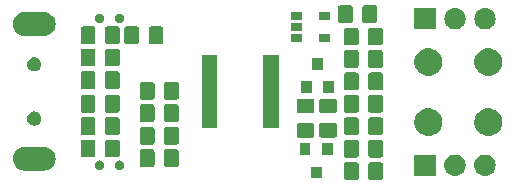
<source format=gbr>
G04 #@! TF.GenerationSoftware,KiCad,Pcbnew,(5.1.4)-1*
G04 #@! TF.CreationDate,2020-11-01T21:23:20+01:00*
G04 #@! TF.ProjectId,deauther-andromeda,64656175-7468-4657-922d-616e64726f6d,rev?*
G04 #@! TF.SameCoordinates,Original*
G04 #@! TF.FileFunction,Soldermask,Bot*
G04 #@! TF.FilePolarity,Negative*
%FSLAX46Y46*%
G04 Gerber Fmt 4.6, Leading zero omitted, Abs format (unit mm)*
G04 Created by KiCad (PCBNEW (5.1.4)-1) date 2020-11-01 21:23:20*
%MOMM*%
%LPD*%
G04 APERTURE LIST*
%ADD10C,0.100000*%
G04 APERTURE END LIST*
D10*
G36*
X157948674Y-88963465D02*
G01*
X157986367Y-88974899D01*
X158021103Y-88993466D01*
X158051548Y-89018452D01*
X158076534Y-89048897D01*
X158095101Y-89083633D01*
X158106535Y-89121326D01*
X158111000Y-89166661D01*
X158111000Y-90253339D01*
X158106535Y-90298674D01*
X158095101Y-90336367D01*
X158076534Y-90371103D01*
X158051548Y-90401548D01*
X158021103Y-90426534D01*
X157986367Y-90445101D01*
X157948674Y-90456535D01*
X157903339Y-90461000D01*
X157066661Y-90461000D01*
X157021326Y-90456535D01*
X156983633Y-90445101D01*
X156948897Y-90426534D01*
X156918452Y-90401548D01*
X156893466Y-90371103D01*
X156874899Y-90336367D01*
X156863465Y-90298674D01*
X156859000Y-90253339D01*
X156859000Y-89166661D01*
X156863465Y-89121326D01*
X156874899Y-89083633D01*
X156893466Y-89048897D01*
X156918452Y-89018452D01*
X156948897Y-88993466D01*
X156983633Y-88974899D01*
X157021326Y-88963465D01*
X157066661Y-88959000D01*
X157903339Y-88959000D01*
X157948674Y-88963465D01*
X157948674Y-88963465D01*
G37*
G36*
X155898674Y-88963465D02*
G01*
X155936367Y-88974899D01*
X155971103Y-88993466D01*
X156001548Y-89018452D01*
X156026534Y-89048897D01*
X156045101Y-89083633D01*
X156056535Y-89121326D01*
X156061000Y-89166661D01*
X156061000Y-90253339D01*
X156056535Y-90298674D01*
X156045101Y-90336367D01*
X156026534Y-90371103D01*
X156001548Y-90401548D01*
X155971103Y-90426534D01*
X155936367Y-90445101D01*
X155898674Y-90456535D01*
X155853339Y-90461000D01*
X155016661Y-90461000D01*
X154971326Y-90456535D01*
X154933633Y-90445101D01*
X154898897Y-90426534D01*
X154868452Y-90401548D01*
X154843466Y-90371103D01*
X154824899Y-90336367D01*
X154813465Y-90298674D01*
X154809000Y-90253339D01*
X154809000Y-89166661D01*
X154813465Y-89121326D01*
X154824899Y-89083633D01*
X154843466Y-89048897D01*
X154868452Y-89018452D01*
X154898897Y-88993466D01*
X154933633Y-88974899D01*
X154971326Y-88963465D01*
X155016661Y-88959000D01*
X155853339Y-88959000D01*
X155898674Y-88963465D01*
X155898674Y-88963465D01*
G37*
G36*
X152911000Y-90321000D02*
G01*
X152009000Y-90321000D01*
X152009000Y-89319000D01*
X152911000Y-89319000D01*
X152911000Y-90321000D01*
X152911000Y-90321000D01*
G37*
G36*
X162569460Y-90121040D02*
G01*
X160767460Y-90121040D01*
X160767460Y-88319040D01*
X162569460Y-88319040D01*
X162569460Y-90121040D01*
X162569460Y-90121040D01*
G37*
G36*
X166858903Y-88325559D02*
G01*
X166925087Y-88332077D01*
X167094926Y-88383597D01*
X167251451Y-88467262D01*
X167256131Y-88471103D01*
X167388646Y-88579854D01*
X167471908Y-88681311D01*
X167501238Y-88717049D01*
X167584903Y-88873574D01*
X167636423Y-89043413D01*
X167653819Y-89220040D01*
X167636423Y-89396667D01*
X167584903Y-89566506D01*
X167501238Y-89723031D01*
X167471908Y-89758769D01*
X167388646Y-89860226D01*
X167287189Y-89943488D01*
X167251451Y-89972818D01*
X167094926Y-90056483D01*
X166925087Y-90108003D01*
X166858902Y-90114522D01*
X166792720Y-90121040D01*
X166704200Y-90121040D01*
X166638018Y-90114522D01*
X166571833Y-90108003D01*
X166401994Y-90056483D01*
X166245469Y-89972818D01*
X166209731Y-89943488D01*
X166108274Y-89860226D01*
X166025012Y-89758769D01*
X165995682Y-89723031D01*
X165912017Y-89566506D01*
X165860497Y-89396667D01*
X165843101Y-89220040D01*
X165860497Y-89043413D01*
X165912017Y-88873574D01*
X165995682Y-88717049D01*
X166025012Y-88681311D01*
X166108274Y-88579854D01*
X166240789Y-88471103D01*
X166245469Y-88467262D01*
X166401994Y-88383597D01*
X166571833Y-88332077D01*
X166638017Y-88325559D01*
X166704200Y-88319040D01*
X166792720Y-88319040D01*
X166858903Y-88325559D01*
X166858903Y-88325559D01*
G37*
G36*
X164318903Y-88325559D02*
G01*
X164385087Y-88332077D01*
X164554926Y-88383597D01*
X164711451Y-88467262D01*
X164716131Y-88471103D01*
X164848646Y-88579854D01*
X164931908Y-88681311D01*
X164961238Y-88717049D01*
X165044903Y-88873574D01*
X165096423Y-89043413D01*
X165113819Y-89220040D01*
X165096423Y-89396667D01*
X165044903Y-89566506D01*
X164961238Y-89723031D01*
X164931908Y-89758769D01*
X164848646Y-89860226D01*
X164747189Y-89943488D01*
X164711451Y-89972818D01*
X164554926Y-90056483D01*
X164385087Y-90108003D01*
X164318902Y-90114522D01*
X164252720Y-90121040D01*
X164164200Y-90121040D01*
X164098018Y-90114522D01*
X164031833Y-90108003D01*
X163861994Y-90056483D01*
X163705469Y-89972818D01*
X163669731Y-89943488D01*
X163568274Y-89860226D01*
X163485012Y-89758769D01*
X163455682Y-89723031D01*
X163372017Y-89566506D01*
X163320497Y-89396667D01*
X163303101Y-89220040D01*
X163320497Y-89043413D01*
X163372017Y-88873574D01*
X163455682Y-88717049D01*
X163485012Y-88681311D01*
X163568274Y-88579854D01*
X163700789Y-88471103D01*
X163705469Y-88467262D01*
X163861994Y-88383597D01*
X164031833Y-88332077D01*
X164098017Y-88325559D01*
X164164200Y-88319040D01*
X164252720Y-88319040D01*
X164318903Y-88325559D01*
X164318903Y-88325559D01*
G37*
G36*
X129577468Y-87669883D02*
G01*
X129766162Y-87727123D01*
X129940055Y-87820071D01*
X130092479Y-87945161D01*
X130217569Y-88097585D01*
X130310517Y-88271478D01*
X130367757Y-88460172D01*
X130387083Y-88656400D01*
X130367757Y-88852628D01*
X130310517Y-89041322D01*
X130217569Y-89215215D01*
X130092479Y-89367639D01*
X129940055Y-89492729D01*
X129766162Y-89585677D01*
X129577468Y-89642917D01*
X129430415Y-89657400D01*
X127732065Y-89657400D01*
X127585012Y-89642917D01*
X127396318Y-89585677D01*
X127222425Y-89492729D01*
X127070001Y-89367639D01*
X126944911Y-89215215D01*
X126851963Y-89041322D01*
X126794723Y-88852628D01*
X126775397Y-88656400D01*
X126794723Y-88460172D01*
X126851963Y-88271478D01*
X126944911Y-88097585D01*
X127070001Y-87945161D01*
X127222425Y-87820071D01*
X127396318Y-87727123D01*
X127585012Y-87669883D01*
X127732065Y-87655400D01*
X129430415Y-87655400D01*
X129577468Y-87669883D01*
X129577468Y-87669883D01*
G37*
G36*
X135878231Y-88816705D02*
G01*
X135916967Y-88824410D01*
X135947195Y-88836931D01*
X135989944Y-88854638D01*
X136055622Y-88898523D01*
X136111477Y-88954378D01*
X136155362Y-89020056D01*
X136165037Y-89043415D01*
X136183848Y-89088827D01*
X136185590Y-89093034D01*
X136200236Y-89166661D01*
X136201000Y-89170505D01*
X136201000Y-89249495D01*
X136185590Y-89326967D01*
X136173659Y-89355770D01*
X136155362Y-89399944D01*
X136111477Y-89465622D01*
X136055622Y-89521477D01*
X135989944Y-89565362D01*
X135947195Y-89583069D01*
X135916967Y-89595590D01*
X135878231Y-89603295D01*
X135839496Y-89611000D01*
X135760504Y-89611000D01*
X135721769Y-89603295D01*
X135683033Y-89595590D01*
X135652805Y-89583069D01*
X135610056Y-89565362D01*
X135544378Y-89521477D01*
X135488523Y-89465622D01*
X135444638Y-89399944D01*
X135426341Y-89355770D01*
X135414410Y-89326967D01*
X135399000Y-89249495D01*
X135399000Y-89170505D01*
X135399765Y-89166661D01*
X135414410Y-89093034D01*
X135416153Y-89088827D01*
X135434963Y-89043415D01*
X135444638Y-89020056D01*
X135488523Y-88954378D01*
X135544378Y-88898523D01*
X135610056Y-88854638D01*
X135652805Y-88836931D01*
X135683033Y-88824410D01*
X135721769Y-88816705D01*
X135760504Y-88809000D01*
X135839496Y-88809000D01*
X135878231Y-88816705D01*
X135878231Y-88816705D01*
G37*
G36*
X134178231Y-88816705D02*
G01*
X134216967Y-88824410D01*
X134247195Y-88836931D01*
X134289944Y-88854638D01*
X134355622Y-88898523D01*
X134411477Y-88954378D01*
X134455362Y-89020056D01*
X134465037Y-89043415D01*
X134483848Y-89088827D01*
X134485590Y-89093034D01*
X134500236Y-89166661D01*
X134501000Y-89170505D01*
X134501000Y-89249495D01*
X134485590Y-89326967D01*
X134473659Y-89355770D01*
X134455362Y-89399944D01*
X134411477Y-89465622D01*
X134355622Y-89521477D01*
X134289944Y-89565362D01*
X134247195Y-89583069D01*
X134216967Y-89595590D01*
X134178231Y-89603295D01*
X134139496Y-89611000D01*
X134060504Y-89611000D01*
X134021769Y-89603295D01*
X133983033Y-89595590D01*
X133952805Y-89583069D01*
X133910056Y-89565362D01*
X133844378Y-89521477D01*
X133788523Y-89465622D01*
X133744638Y-89399944D01*
X133726341Y-89355770D01*
X133714410Y-89326967D01*
X133699000Y-89249495D01*
X133699000Y-89170505D01*
X133699765Y-89166661D01*
X133714410Y-89093034D01*
X133716153Y-89088827D01*
X133734963Y-89043415D01*
X133744638Y-89020056D01*
X133788523Y-88954378D01*
X133844378Y-88898523D01*
X133910056Y-88854638D01*
X133952805Y-88836931D01*
X133983033Y-88824410D01*
X134021769Y-88816705D01*
X134060504Y-88809000D01*
X134139496Y-88809000D01*
X134178231Y-88816705D01*
X134178231Y-88816705D01*
G37*
G36*
X138608674Y-87863465D02*
G01*
X138646367Y-87874899D01*
X138681103Y-87893466D01*
X138711548Y-87918452D01*
X138736534Y-87948897D01*
X138755101Y-87983633D01*
X138766535Y-88021326D01*
X138771000Y-88066661D01*
X138771000Y-89153339D01*
X138766535Y-89198674D01*
X138755101Y-89236367D01*
X138736534Y-89271103D01*
X138711548Y-89301548D01*
X138681103Y-89326534D01*
X138646367Y-89345101D01*
X138608674Y-89356535D01*
X138563339Y-89361000D01*
X137726661Y-89361000D01*
X137681326Y-89356535D01*
X137643633Y-89345101D01*
X137608897Y-89326534D01*
X137578452Y-89301548D01*
X137553466Y-89271103D01*
X137534899Y-89236367D01*
X137523465Y-89198674D01*
X137519000Y-89153339D01*
X137519000Y-88066661D01*
X137523465Y-88021326D01*
X137534899Y-87983633D01*
X137553466Y-87948897D01*
X137578452Y-87918452D01*
X137608897Y-87893466D01*
X137643633Y-87874899D01*
X137681326Y-87863465D01*
X137726661Y-87859000D01*
X138563339Y-87859000D01*
X138608674Y-87863465D01*
X138608674Y-87863465D01*
G37*
G36*
X140658674Y-87863465D02*
G01*
X140696367Y-87874899D01*
X140731103Y-87893466D01*
X140761548Y-87918452D01*
X140786534Y-87948897D01*
X140805101Y-87983633D01*
X140816535Y-88021326D01*
X140821000Y-88066661D01*
X140821000Y-89153339D01*
X140816535Y-89198674D01*
X140805101Y-89236367D01*
X140786534Y-89271103D01*
X140761548Y-89301548D01*
X140731103Y-89326534D01*
X140696367Y-89345101D01*
X140658674Y-89356535D01*
X140613339Y-89361000D01*
X139776661Y-89361000D01*
X139731326Y-89356535D01*
X139693633Y-89345101D01*
X139658897Y-89326534D01*
X139628452Y-89301548D01*
X139603466Y-89271103D01*
X139584899Y-89236367D01*
X139573465Y-89198674D01*
X139569000Y-89153339D01*
X139569000Y-88066661D01*
X139573465Y-88021326D01*
X139584899Y-87983633D01*
X139603466Y-87948897D01*
X139628452Y-87918452D01*
X139658897Y-87893466D01*
X139693633Y-87874899D01*
X139731326Y-87863465D01*
X139776661Y-87859000D01*
X140613339Y-87859000D01*
X140658674Y-87863465D01*
X140658674Y-87863465D01*
G37*
G36*
X157948674Y-87063465D02*
G01*
X157986367Y-87074899D01*
X158021103Y-87093466D01*
X158051548Y-87118452D01*
X158076534Y-87148897D01*
X158095101Y-87183633D01*
X158106535Y-87221326D01*
X158111000Y-87266661D01*
X158111000Y-88353339D01*
X158106535Y-88398674D01*
X158095101Y-88436367D01*
X158076534Y-88471103D01*
X158051548Y-88501548D01*
X158021103Y-88526534D01*
X157986367Y-88545101D01*
X157948674Y-88556535D01*
X157903339Y-88561000D01*
X157066661Y-88561000D01*
X157021326Y-88556535D01*
X156983633Y-88545101D01*
X156948897Y-88526534D01*
X156918452Y-88501548D01*
X156893466Y-88471103D01*
X156874899Y-88436367D01*
X156863465Y-88398674D01*
X156859000Y-88353339D01*
X156859000Y-87266661D01*
X156863465Y-87221326D01*
X156874899Y-87183633D01*
X156893466Y-87148897D01*
X156918452Y-87118452D01*
X156948897Y-87093466D01*
X156983633Y-87074899D01*
X157021326Y-87063465D01*
X157066661Y-87059000D01*
X157903339Y-87059000D01*
X157948674Y-87063465D01*
X157948674Y-87063465D01*
G37*
G36*
X155898674Y-87063465D02*
G01*
X155936367Y-87074899D01*
X155971103Y-87093466D01*
X156001548Y-87118452D01*
X156026534Y-87148897D01*
X156045101Y-87183633D01*
X156056535Y-87221326D01*
X156061000Y-87266661D01*
X156061000Y-88353339D01*
X156056535Y-88398674D01*
X156045101Y-88436367D01*
X156026534Y-88471103D01*
X156001548Y-88501548D01*
X155971103Y-88526534D01*
X155936367Y-88545101D01*
X155898674Y-88556535D01*
X155853339Y-88561000D01*
X155016661Y-88561000D01*
X154971326Y-88556535D01*
X154933633Y-88545101D01*
X154898897Y-88526534D01*
X154868452Y-88501548D01*
X154843466Y-88471103D01*
X154824899Y-88436367D01*
X154813465Y-88398674D01*
X154809000Y-88353339D01*
X154809000Y-87266661D01*
X154813465Y-87221326D01*
X154824899Y-87183633D01*
X154843466Y-87148897D01*
X154868452Y-87118452D01*
X154898897Y-87093466D01*
X154933633Y-87074899D01*
X154971326Y-87063465D01*
X155016661Y-87059000D01*
X155853339Y-87059000D01*
X155898674Y-87063465D01*
X155898674Y-87063465D01*
G37*
G36*
X135658674Y-87053465D02*
G01*
X135696367Y-87064899D01*
X135731103Y-87083466D01*
X135761548Y-87108452D01*
X135786534Y-87138897D01*
X135805101Y-87173633D01*
X135816535Y-87211326D01*
X135821000Y-87256661D01*
X135821000Y-88343339D01*
X135816535Y-88388674D01*
X135805101Y-88426367D01*
X135786534Y-88461103D01*
X135761548Y-88491548D01*
X135731103Y-88516534D01*
X135696367Y-88535101D01*
X135658674Y-88546535D01*
X135613339Y-88551000D01*
X134776661Y-88551000D01*
X134731326Y-88546535D01*
X134693633Y-88535101D01*
X134658897Y-88516534D01*
X134628452Y-88491548D01*
X134603466Y-88461103D01*
X134584899Y-88426367D01*
X134573465Y-88388674D01*
X134569000Y-88343339D01*
X134569000Y-87256661D01*
X134573465Y-87211326D01*
X134584899Y-87173633D01*
X134603466Y-87138897D01*
X134628452Y-87108452D01*
X134658897Y-87083466D01*
X134693633Y-87064899D01*
X134731326Y-87053465D01*
X134776661Y-87049000D01*
X135613339Y-87049000D01*
X135658674Y-87053465D01*
X135658674Y-87053465D01*
G37*
G36*
X133608674Y-87053465D02*
G01*
X133646367Y-87064899D01*
X133681103Y-87083466D01*
X133711548Y-87108452D01*
X133736534Y-87138897D01*
X133755101Y-87173633D01*
X133766535Y-87211326D01*
X133771000Y-87256661D01*
X133771000Y-88343339D01*
X133766535Y-88388674D01*
X133755101Y-88426367D01*
X133736534Y-88461103D01*
X133711548Y-88491548D01*
X133681103Y-88516534D01*
X133646367Y-88535101D01*
X133608674Y-88546535D01*
X133563339Y-88551000D01*
X132726661Y-88551000D01*
X132681326Y-88546535D01*
X132643633Y-88535101D01*
X132608897Y-88516534D01*
X132578452Y-88491548D01*
X132553466Y-88461103D01*
X132534899Y-88426367D01*
X132523465Y-88388674D01*
X132519000Y-88343339D01*
X132519000Y-87256661D01*
X132523465Y-87211326D01*
X132534899Y-87173633D01*
X132553466Y-87138897D01*
X132578452Y-87108452D01*
X132608897Y-87083466D01*
X132643633Y-87064899D01*
X132681326Y-87053465D01*
X132726661Y-87049000D01*
X133563339Y-87049000D01*
X133608674Y-87053465D01*
X133608674Y-87053465D01*
G37*
G36*
X153861000Y-88321000D02*
G01*
X152959000Y-88321000D01*
X152959000Y-87319000D01*
X153861000Y-87319000D01*
X153861000Y-88321000D01*
X153861000Y-88321000D01*
G37*
G36*
X151961000Y-88321000D02*
G01*
X151059000Y-88321000D01*
X151059000Y-87319000D01*
X151961000Y-87319000D01*
X151961000Y-88321000D01*
X151961000Y-88321000D01*
G37*
G36*
X138608674Y-85963465D02*
G01*
X138646367Y-85974899D01*
X138681103Y-85993466D01*
X138711548Y-86018452D01*
X138736534Y-86048897D01*
X138755101Y-86083633D01*
X138766535Y-86121326D01*
X138771000Y-86166661D01*
X138771000Y-87253339D01*
X138766535Y-87298674D01*
X138755101Y-87336367D01*
X138736534Y-87371103D01*
X138711548Y-87401548D01*
X138681103Y-87426534D01*
X138646367Y-87445101D01*
X138608674Y-87456535D01*
X138563339Y-87461000D01*
X137726661Y-87461000D01*
X137681326Y-87456535D01*
X137643633Y-87445101D01*
X137608897Y-87426534D01*
X137578452Y-87401548D01*
X137553466Y-87371103D01*
X137534899Y-87336367D01*
X137523465Y-87298674D01*
X137519000Y-87253339D01*
X137519000Y-86166661D01*
X137523465Y-86121326D01*
X137534899Y-86083633D01*
X137553466Y-86048897D01*
X137578452Y-86018452D01*
X137608897Y-85993466D01*
X137643633Y-85974899D01*
X137681326Y-85963465D01*
X137726661Y-85959000D01*
X138563339Y-85959000D01*
X138608674Y-85963465D01*
X138608674Y-85963465D01*
G37*
G36*
X140658674Y-85963465D02*
G01*
X140696367Y-85974899D01*
X140731103Y-85993466D01*
X140761548Y-86018452D01*
X140786534Y-86048897D01*
X140805101Y-86083633D01*
X140816535Y-86121326D01*
X140821000Y-86166661D01*
X140821000Y-87253339D01*
X140816535Y-87298674D01*
X140805101Y-87336367D01*
X140786534Y-87371103D01*
X140761548Y-87401548D01*
X140731103Y-87426534D01*
X140696367Y-87445101D01*
X140658674Y-87456535D01*
X140613339Y-87461000D01*
X139776661Y-87461000D01*
X139731326Y-87456535D01*
X139693633Y-87445101D01*
X139658897Y-87426534D01*
X139628452Y-87401548D01*
X139603466Y-87371103D01*
X139584899Y-87336367D01*
X139573465Y-87298674D01*
X139569000Y-87253339D01*
X139569000Y-86166661D01*
X139573465Y-86121326D01*
X139584899Y-86083633D01*
X139603466Y-86048897D01*
X139628452Y-86018452D01*
X139658897Y-85993466D01*
X139693633Y-85974899D01*
X139731326Y-85963465D01*
X139776661Y-85959000D01*
X140613339Y-85959000D01*
X140658674Y-85963465D01*
X140658674Y-85963465D01*
G37*
G36*
X154048674Y-85623465D02*
G01*
X154086367Y-85634899D01*
X154121103Y-85653466D01*
X154151548Y-85678452D01*
X154176534Y-85708897D01*
X154195101Y-85743633D01*
X154206535Y-85781326D01*
X154211000Y-85826661D01*
X154211000Y-86663339D01*
X154206535Y-86708674D01*
X154195101Y-86746367D01*
X154176534Y-86781103D01*
X154151548Y-86811548D01*
X154121103Y-86836534D01*
X154086367Y-86855101D01*
X154048674Y-86866535D01*
X154003339Y-86871000D01*
X152916661Y-86871000D01*
X152871326Y-86866535D01*
X152833633Y-86855101D01*
X152798897Y-86836534D01*
X152768452Y-86811548D01*
X152743466Y-86781103D01*
X152724899Y-86746367D01*
X152713465Y-86708674D01*
X152709000Y-86663339D01*
X152709000Y-85826661D01*
X152713465Y-85781326D01*
X152724899Y-85743633D01*
X152743466Y-85708897D01*
X152768452Y-85678452D01*
X152798897Y-85653466D01*
X152833633Y-85634899D01*
X152871326Y-85623465D01*
X152916661Y-85619000D01*
X154003339Y-85619000D01*
X154048674Y-85623465D01*
X154048674Y-85623465D01*
G37*
G36*
X152148674Y-85623465D02*
G01*
X152186367Y-85634899D01*
X152221103Y-85653466D01*
X152251548Y-85678452D01*
X152276534Y-85708897D01*
X152295101Y-85743633D01*
X152306535Y-85781326D01*
X152311000Y-85826661D01*
X152311000Y-86663339D01*
X152306535Y-86708674D01*
X152295101Y-86746367D01*
X152276534Y-86781103D01*
X152251548Y-86811548D01*
X152221103Y-86836534D01*
X152186367Y-86855101D01*
X152148674Y-86866535D01*
X152103339Y-86871000D01*
X151016661Y-86871000D01*
X150971326Y-86866535D01*
X150933633Y-86855101D01*
X150898897Y-86836534D01*
X150868452Y-86811548D01*
X150843466Y-86781103D01*
X150824899Y-86746367D01*
X150813465Y-86708674D01*
X150809000Y-86663339D01*
X150809000Y-85826661D01*
X150813465Y-85781326D01*
X150824899Y-85743633D01*
X150843466Y-85708897D01*
X150868452Y-85678452D01*
X150898897Y-85653466D01*
X150933633Y-85634899D01*
X150971326Y-85623465D01*
X151016661Y-85619000D01*
X152103339Y-85619000D01*
X152148674Y-85623465D01*
X152148674Y-85623465D01*
G37*
G36*
X162145560Y-84393064D02*
G01*
X162297027Y-84423193D01*
X162511045Y-84511842D01*
X162511046Y-84511843D01*
X162703654Y-84640539D01*
X162867461Y-84804346D01*
X162883600Y-84828500D01*
X162996158Y-84996955D01*
X163084807Y-85210973D01*
X163108866Y-85331925D01*
X163128608Y-85431173D01*
X163130000Y-85438174D01*
X163130000Y-85669826D01*
X163084807Y-85897027D01*
X162996158Y-86111045D01*
X162996157Y-86111046D01*
X162867461Y-86303654D01*
X162703654Y-86467461D01*
X162600528Y-86536367D01*
X162511045Y-86596158D01*
X162297027Y-86684807D01*
X162177039Y-86708674D01*
X162069827Y-86730000D01*
X161838173Y-86730000D01*
X161730961Y-86708674D01*
X161610973Y-86684807D01*
X161396955Y-86596158D01*
X161307472Y-86536367D01*
X161204346Y-86467461D01*
X161040539Y-86303654D01*
X160911843Y-86111046D01*
X160911842Y-86111045D01*
X160823193Y-85897027D01*
X160778000Y-85669826D01*
X160778000Y-85438174D01*
X160779393Y-85431173D01*
X160799134Y-85331925D01*
X160823193Y-85210973D01*
X160911842Y-84996955D01*
X161024400Y-84828500D01*
X161040539Y-84804346D01*
X161204346Y-84640539D01*
X161396954Y-84511843D01*
X161396955Y-84511842D01*
X161610973Y-84423193D01*
X161762440Y-84393064D01*
X161838173Y-84378000D01*
X162069827Y-84378000D01*
X162145560Y-84393064D01*
X162145560Y-84393064D01*
G37*
G36*
X167225560Y-84393064D02*
G01*
X167377027Y-84423193D01*
X167591045Y-84511842D01*
X167591046Y-84511843D01*
X167783654Y-84640539D01*
X167947461Y-84804346D01*
X167963600Y-84828500D01*
X168076158Y-84996955D01*
X168164807Y-85210973D01*
X168188866Y-85331925D01*
X168208608Y-85431173D01*
X168210000Y-85438174D01*
X168210000Y-85669826D01*
X168164807Y-85897027D01*
X168076158Y-86111045D01*
X168076157Y-86111046D01*
X167947461Y-86303654D01*
X167783654Y-86467461D01*
X167680528Y-86536367D01*
X167591045Y-86596158D01*
X167377027Y-86684807D01*
X167257039Y-86708674D01*
X167149827Y-86730000D01*
X166918173Y-86730000D01*
X166810961Y-86708674D01*
X166690973Y-86684807D01*
X166476955Y-86596158D01*
X166387472Y-86536367D01*
X166284346Y-86467461D01*
X166120539Y-86303654D01*
X165991843Y-86111046D01*
X165991842Y-86111045D01*
X165903193Y-85897027D01*
X165858000Y-85669826D01*
X165858000Y-85438174D01*
X165859393Y-85431173D01*
X165879134Y-85331925D01*
X165903193Y-85210973D01*
X165991842Y-84996955D01*
X166104400Y-84828500D01*
X166120539Y-84804346D01*
X166284346Y-84640539D01*
X166476954Y-84511843D01*
X166476955Y-84511842D01*
X166690973Y-84423193D01*
X166842440Y-84393064D01*
X166918173Y-84378000D01*
X167149827Y-84378000D01*
X167225560Y-84393064D01*
X167225560Y-84393064D01*
G37*
G36*
X157948674Y-85163465D02*
G01*
X157986367Y-85174899D01*
X158021103Y-85193466D01*
X158051548Y-85218452D01*
X158076534Y-85248897D01*
X158095101Y-85283633D01*
X158106535Y-85321326D01*
X158111000Y-85366661D01*
X158111000Y-86453339D01*
X158106535Y-86498674D01*
X158095101Y-86536367D01*
X158076534Y-86571103D01*
X158051548Y-86601548D01*
X158021103Y-86626534D01*
X157986367Y-86645101D01*
X157948674Y-86656535D01*
X157903339Y-86661000D01*
X157066661Y-86661000D01*
X157021326Y-86656535D01*
X156983633Y-86645101D01*
X156948897Y-86626534D01*
X156918452Y-86601548D01*
X156893466Y-86571103D01*
X156874899Y-86536367D01*
X156863465Y-86498674D01*
X156859000Y-86453339D01*
X156859000Y-85366661D01*
X156863465Y-85321326D01*
X156874899Y-85283633D01*
X156893466Y-85248897D01*
X156918452Y-85218452D01*
X156948897Y-85193466D01*
X156983633Y-85174899D01*
X157021326Y-85163465D01*
X157066661Y-85159000D01*
X157903339Y-85159000D01*
X157948674Y-85163465D01*
X157948674Y-85163465D01*
G37*
G36*
X155898674Y-85163465D02*
G01*
X155936367Y-85174899D01*
X155971103Y-85193466D01*
X156001548Y-85218452D01*
X156026534Y-85248897D01*
X156045101Y-85283633D01*
X156056535Y-85321326D01*
X156061000Y-85366661D01*
X156061000Y-86453339D01*
X156056535Y-86498674D01*
X156045101Y-86536367D01*
X156026534Y-86571103D01*
X156001548Y-86601548D01*
X155971103Y-86626534D01*
X155936367Y-86645101D01*
X155898674Y-86656535D01*
X155853339Y-86661000D01*
X155016661Y-86661000D01*
X154971326Y-86656535D01*
X154933633Y-86645101D01*
X154898897Y-86626534D01*
X154868452Y-86601548D01*
X154843466Y-86571103D01*
X154824899Y-86536367D01*
X154813465Y-86498674D01*
X154809000Y-86453339D01*
X154809000Y-85366661D01*
X154813465Y-85321326D01*
X154824899Y-85283633D01*
X154843466Y-85248897D01*
X154868452Y-85218452D01*
X154898897Y-85193466D01*
X154933633Y-85174899D01*
X154971326Y-85163465D01*
X155016661Y-85159000D01*
X155853339Y-85159000D01*
X155898674Y-85163465D01*
X155898674Y-85163465D01*
G37*
G36*
X135658674Y-85153465D02*
G01*
X135696367Y-85164899D01*
X135731103Y-85183466D01*
X135761548Y-85208452D01*
X135786534Y-85238897D01*
X135805101Y-85273633D01*
X135816535Y-85311326D01*
X135821000Y-85356661D01*
X135821000Y-86443339D01*
X135816535Y-86488674D01*
X135805101Y-86526367D01*
X135786534Y-86561103D01*
X135761548Y-86591548D01*
X135731103Y-86616534D01*
X135696367Y-86635101D01*
X135658674Y-86646535D01*
X135613339Y-86651000D01*
X134776661Y-86651000D01*
X134731326Y-86646535D01*
X134693633Y-86635101D01*
X134658897Y-86616534D01*
X134628452Y-86591548D01*
X134603466Y-86561103D01*
X134584899Y-86526367D01*
X134573465Y-86488674D01*
X134569000Y-86443339D01*
X134569000Y-85356661D01*
X134573465Y-85311326D01*
X134584899Y-85273633D01*
X134603466Y-85238897D01*
X134628452Y-85208452D01*
X134658897Y-85183466D01*
X134693633Y-85164899D01*
X134731326Y-85153465D01*
X134776661Y-85149000D01*
X135613339Y-85149000D01*
X135658674Y-85153465D01*
X135658674Y-85153465D01*
G37*
G36*
X133608674Y-85153465D02*
G01*
X133646367Y-85164899D01*
X133681103Y-85183466D01*
X133711548Y-85208452D01*
X133736534Y-85238897D01*
X133755101Y-85273633D01*
X133766535Y-85311326D01*
X133771000Y-85356661D01*
X133771000Y-86443339D01*
X133766535Y-86488674D01*
X133755101Y-86526367D01*
X133736534Y-86561103D01*
X133711548Y-86591548D01*
X133681103Y-86616534D01*
X133646367Y-86635101D01*
X133608674Y-86646535D01*
X133563339Y-86651000D01*
X132726661Y-86651000D01*
X132681326Y-86646535D01*
X132643633Y-86635101D01*
X132608897Y-86616534D01*
X132578452Y-86591548D01*
X132553466Y-86561103D01*
X132534899Y-86526367D01*
X132523465Y-86488674D01*
X132519000Y-86443339D01*
X132519000Y-85356661D01*
X132523465Y-85311326D01*
X132534899Y-85273633D01*
X132553466Y-85238897D01*
X132578452Y-85208452D01*
X132608897Y-85183466D01*
X132643633Y-85164899D01*
X132681326Y-85153465D01*
X132726661Y-85149000D01*
X133563339Y-85149000D01*
X133608674Y-85153465D01*
X133608674Y-85153465D01*
G37*
G36*
X149281000Y-86098500D02*
G01*
X147979000Y-86098500D01*
X147979000Y-79881500D01*
X149281000Y-79881500D01*
X149281000Y-86098500D01*
X149281000Y-86098500D01*
G37*
G36*
X144081000Y-86098500D02*
G01*
X142779000Y-86098500D01*
X142779000Y-79881500D01*
X144081000Y-79881500D01*
X144081000Y-86098500D01*
X144081000Y-86098500D01*
G37*
G36*
X128717841Y-84670797D02*
G01*
X128756545Y-84678496D01*
X128788055Y-84691548D01*
X128865920Y-84723800D01*
X128964355Y-84789573D01*
X129048067Y-84873285D01*
X129113840Y-84971720D01*
X129159144Y-85081096D01*
X129182240Y-85197205D01*
X129182240Y-85315595D01*
X129176721Y-85343339D01*
X129159476Y-85430038D01*
X129159144Y-85431704D01*
X129113840Y-85541080D01*
X129048067Y-85639515D01*
X128964355Y-85723227D01*
X128865920Y-85789000D01*
X128788580Y-85821035D01*
X128756545Y-85834304D01*
X128717841Y-85842003D01*
X128640435Y-85857400D01*
X128522045Y-85857400D01*
X128444639Y-85842003D01*
X128405935Y-85834304D01*
X128373900Y-85821035D01*
X128296560Y-85789000D01*
X128198125Y-85723227D01*
X128114413Y-85639515D01*
X128048640Y-85541080D01*
X128003336Y-85431704D01*
X128003005Y-85430038D01*
X127985759Y-85343339D01*
X127980240Y-85315595D01*
X127980240Y-85197205D01*
X128003336Y-85081096D01*
X128048640Y-84971720D01*
X128114413Y-84873285D01*
X128198125Y-84789573D01*
X128296560Y-84723800D01*
X128374425Y-84691548D01*
X128405935Y-84678496D01*
X128444639Y-84670797D01*
X128522045Y-84655400D01*
X128640435Y-84655400D01*
X128717841Y-84670797D01*
X128717841Y-84670797D01*
G37*
G36*
X140658674Y-84053465D02*
G01*
X140696367Y-84064899D01*
X140731103Y-84083466D01*
X140761548Y-84108452D01*
X140786534Y-84138897D01*
X140805101Y-84173633D01*
X140816535Y-84211326D01*
X140821000Y-84256661D01*
X140821000Y-85343339D01*
X140816535Y-85388674D01*
X140805101Y-85426367D01*
X140786534Y-85461103D01*
X140761548Y-85491548D01*
X140731103Y-85516534D01*
X140696367Y-85535101D01*
X140658674Y-85546535D01*
X140613339Y-85551000D01*
X139776661Y-85551000D01*
X139731326Y-85546535D01*
X139693633Y-85535101D01*
X139658897Y-85516534D01*
X139628452Y-85491548D01*
X139603466Y-85461103D01*
X139584899Y-85426367D01*
X139573465Y-85388674D01*
X139569000Y-85343339D01*
X139569000Y-84256661D01*
X139573465Y-84211326D01*
X139584899Y-84173633D01*
X139603466Y-84138897D01*
X139628452Y-84108452D01*
X139658897Y-84083466D01*
X139693633Y-84064899D01*
X139731326Y-84053465D01*
X139776661Y-84049000D01*
X140613339Y-84049000D01*
X140658674Y-84053465D01*
X140658674Y-84053465D01*
G37*
G36*
X138608674Y-84053465D02*
G01*
X138646367Y-84064899D01*
X138681103Y-84083466D01*
X138711548Y-84108452D01*
X138736534Y-84138897D01*
X138755101Y-84173633D01*
X138766535Y-84211326D01*
X138771000Y-84256661D01*
X138771000Y-85343339D01*
X138766535Y-85388674D01*
X138755101Y-85426367D01*
X138736534Y-85461103D01*
X138711548Y-85491548D01*
X138681103Y-85516534D01*
X138646367Y-85535101D01*
X138608674Y-85546535D01*
X138563339Y-85551000D01*
X137726661Y-85551000D01*
X137681326Y-85546535D01*
X137643633Y-85535101D01*
X137608897Y-85516534D01*
X137578452Y-85491548D01*
X137553466Y-85461103D01*
X137534899Y-85426367D01*
X137523465Y-85388674D01*
X137519000Y-85343339D01*
X137519000Y-84256661D01*
X137523465Y-84211326D01*
X137534899Y-84173633D01*
X137553466Y-84138897D01*
X137578452Y-84108452D01*
X137608897Y-84083466D01*
X137643633Y-84064899D01*
X137681326Y-84053465D01*
X137726661Y-84049000D01*
X138563339Y-84049000D01*
X138608674Y-84053465D01*
X138608674Y-84053465D01*
G37*
G36*
X152148674Y-83573465D02*
G01*
X152186367Y-83584899D01*
X152221103Y-83603466D01*
X152251548Y-83628452D01*
X152276534Y-83658897D01*
X152295101Y-83693633D01*
X152306535Y-83731326D01*
X152311000Y-83776661D01*
X152311000Y-84613339D01*
X152306535Y-84658674D01*
X152295101Y-84696367D01*
X152276534Y-84731103D01*
X152251548Y-84761548D01*
X152221103Y-84786534D01*
X152186367Y-84805101D01*
X152148674Y-84816535D01*
X152103339Y-84821000D01*
X151016661Y-84821000D01*
X150971326Y-84816535D01*
X150933633Y-84805101D01*
X150898897Y-84786534D01*
X150868452Y-84761548D01*
X150843466Y-84731103D01*
X150824899Y-84696367D01*
X150813465Y-84658674D01*
X150809000Y-84613339D01*
X150809000Y-83776661D01*
X150813465Y-83731326D01*
X150824899Y-83693633D01*
X150843466Y-83658897D01*
X150868452Y-83628452D01*
X150898897Y-83603466D01*
X150933633Y-83584899D01*
X150971326Y-83573465D01*
X151016661Y-83569000D01*
X152103339Y-83569000D01*
X152148674Y-83573465D01*
X152148674Y-83573465D01*
G37*
G36*
X154048674Y-83573465D02*
G01*
X154086367Y-83584899D01*
X154121103Y-83603466D01*
X154151548Y-83628452D01*
X154176534Y-83658897D01*
X154195101Y-83693633D01*
X154206535Y-83731326D01*
X154211000Y-83776661D01*
X154211000Y-84613339D01*
X154206535Y-84658674D01*
X154195101Y-84696367D01*
X154176534Y-84731103D01*
X154151548Y-84761548D01*
X154121103Y-84786534D01*
X154086367Y-84805101D01*
X154048674Y-84816535D01*
X154003339Y-84821000D01*
X152916661Y-84821000D01*
X152871326Y-84816535D01*
X152833633Y-84805101D01*
X152798897Y-84786534D01*
X152768452Y-84761548D01*
X152743466Y-84731103D01*
X152724899Y-84696367D01*
X152713465Y-84658674D01*
X152709000Y-84613339D01*
X152709000Y-83776661D01*
X152713465Y-83731326D01*
X152724899Y-83693633D01*
X152743466Y-83658897D01*
X152768452Y-83628452D01*
X152798897Y-83603466D01*
X152833633Y-83584899D01*
X152871326Y-83573465D01*
X152916661Y-83569000D01*
X154003339Y-83569000D01*
X154048674Y-83573465D01*
X154048674Y-83573465D01*
G37*
G36*
X157948674Y-83263465D02*
G01*
X157986367Y-83274899D01*
X158021103Y-83293466D01*
X158051548Y-83318452D01*
X158076534Y-83348897D01*
X158095101Y-83383633D01*
X158106535Y-83421326D01*
X158111000Y-83466661D01*
X158111000Y-84553339D01*
X158106535Y-84598674D01*
X158095101Y-84636367D01*
X158076534Y-84671103D01*
X158051548Y-84701548D01*
X158021103Y-84726534D01*
X157986367Y-84745101D01*
X157948674Y-84756535D01*
X157903339Y-84761000D01*
X157066661Y-84761000D01*
X157021326Y-84756535D01*
X156983633Y-84745101D01*
X156948897Y-84726534D01*
X156918452Y-84701548D01*
X156893466Y-84671103D01*
X156874899Y-84636367D01*
X156863465Y-84598674D01*
X156859000Y-84553339D01*
X156859000Y-83466661D01*
X156863465Y-83421326D01*
X156874899Y-83383633D01*
X156893466Y-83348897D01*
X156918452Y-83318452D01*
X156948897Y-83293466D01*
X156983633Y-83274899D01*
X157021326Y-83263465D01*
X157066661Y-83259000D01*
X157903339Y-83259000D01*
X157948674Y-83263465D01*
X157948674Y-83263465D01*
G37*
G36*
X155898674Y-83263465D02*
G01*
X155936367Y-83274899D01*
X155971103Y-83293466D01*
X156001548Y-83318452D01*
X156026534Y-83348897D01*
X156045101Y-83383633D01*
X156056535Y-83421326D01*
X156061000Y-83466661D01*
X156061000Y-84553339D01*
X156056535Y-84598674D01*
X156045101Y-84636367D01*
X156026534Y-84671103D01*
X156001548Y-84701548D01*
X155971103Y-84726534D01*
X155936367Y-84745101D01*
X155898674Y-84756535D01*
X155853339Y-84761000D01*
X155016661Y-84761000D01*
X154971326Y-84756535D01*
X154933633Y-84745101D01*
X154898897Y-84726534D01*
X154868452Y-84701548D01*
X154843466Y-84671103D01*
X154824899Y-84636367D01*
X154813465Y-84598674D01*
X154809000Y-84553339D01*
X154809000Y-83466661D01*
X154813465Y-83421326D01*
X154824899Y-83383633D01*
X154843466Y-83348897D01*
X154868452Y-83318452D01*
X154898897Y-83293466D01*
X154933633Y-83274899D01*
X154971326Y-83263465D01*
X155016661Y-83259000D01*
X155853339Y-83259000D01*
X155898674Y-83263465D01*
X155898674Y-83263465D01*
G37*
G36*
X133608674Y-83253465D02*
G01*
X133646367Y-83264899D01*
X133681103Y-83283466D01*
X133711548Y-83308452D01*
X133736534Y-83338897D01*
X133755101Y-83373633D01*
X133766535Y-83411326D01*
X133771000Y-83456661D01*
X133771000Y-84543339D01*
X133766535Y-84588674D01*
X133755101Y-84626367D01*
X133736534Y-84661103D01*
X133711548Y-84691548D01*
X133681103Y-84716534D01*
X133646367Y-84735101D01*
X133608674Y-84746535D01*
X133563339Y-84751000D01*
X132726661Y-84751000D01*
X132681326Y-84746535D01*
X132643633Y-84735101D01*
X132608897Y-84716534D01*
X132578452Y-84691548D01*
X132553466Y-84661103D01*
X132534899Y-84626367D01*
X132523465Y-84588674D01*
X132519000Y-84543339D01*
X132519000Y-83456661D01*
X132523465Y-83411326D01*
X132534899Y-83373633D01*
X132553466Y-83338897D01*
X132578452Y-83308452D01*
X132608897Y-83283466D01*
X132643633Y-83264899D01*
X132681326Y-83253465D01*
X132726661Y-83249000D01*
X133563339Y-83249000D01*
X133608674Y-83253465D01*
X133608674Y-83253465D01*
G37*
G36*
X135658674Y-83253465D02*
G01*
X135696367Y-83264899D01*
X135731103Y-83283466D01*
X135761548Y-83308452D01*
X135786534Y-83338897D01*
X135805101Y-83373633D01*
X135816535Y-83411326D01*
X135821000Y-83456661D01*
X135821000Y-84543339D01*
X135816535Y-84588674D01*
X135805101Y-84626367D01*
X135786534Y-84661103D01*
X135761548Y-84691548D01*
X135731103Y-84716534D01*
X135696367Y-84735101D01*
X135658674Y-84746535D01*
X135613339Y-84751000D01*
X134776661Y-84751000D01*
X134731326Y-84746535D01*
X134693633Y-84735101D01*
X134658897Y-84716534D01*
X134628452Y-84691548D01*
X134603466Y-84661103D01*
X134584899Y-84626367D01*
X134573465Y-84588674D01*
X134569000Y-84543339D01*
X134569000Y-83456661D01*
X134573465Y-83411326D01*
X134584899Y-83373633D01*
X134603466Y-83338897D01*
X134628452Y-83308452D01*
X134658897Y-83283466D01*
X134693633Y-83264899D01*
X134731326Y-83253465D01*
X134776661Y-83249000D01*
X135613339Y-83249000D01*
X135658674Y-83253465D01*
X135658674Y-83253465D01*
G37*
G36*
X140658674Y-82153465D02*
G01*
X140696367Y-82164899D01*
X140731103Y-82183466D01*
X140761548Y-82208452D01*
X140786534Y-82238897D01*
X140805101Y-82273633D01*
X140816535Y-82311326D01*
X140821000Y-82356661D01*
X140821000Y-83443339D01*
X140816535Y-83488674D01*
X140805101Y-83526367D01*
X140786534Y-83561103D01*
X140761548Y-83591548D01*
X140731103Y-83616534D01*
X140696367Y-83635101D01*
X140658674Y-83646535D01*
X140613339Y-83651000D01*
X139776661Y-83651000D01*
X139731326Y-83646535D01*
X139693633Y-83635101D01*
X139658897Y-83616534D01*
X139628452Y-83591548D01*
X139603466Y-83561103D01*
X139584899Y-83526367D01*
X139573465Y-83488674D01*
X139569000Y-83443339D01*
X139569000Y-82356661D01*
X139573465Y-82311326D01*
X139584899Y-82273633D01*
X139603466Y-82238897D01*
X139628452Y-82208452D01*
X139658897Y-82183466D01*
X139693633Y-82164899D01*
X139731326Y-82153465D01*
X139776661Y-82149000D01*
X140613339Y-82149000D01*
X140658674Y-82153465D01*
X140658674Y-82153465D01*
G37*
G36*
X138608674Y-82153465D02*
G01*
X138646367Y-82164899D01*
X138681103Y-82183466D01*
X138711548Y-82208452D01*
X138736534Y-82238897D01*
X138755101Y-82273633D01*
X138766535Y-82311326D01*
X138771000Y-82356661D01*
X138771000Y-83443339D01*
X138766535Y-83488674D01*
X138755101Y-83526367D01*
X138736534Y-83561103D01*
X138711548Y-83591548D01*
X138681103Y-83616534D01*
X138646367Y-83635101D01*
X138608674Y-83646535D01*
X138563339Y-83651000D01*
X137726661Y-83651000D01*
X137681326Y-83646535D01*
X137643633Y-83635101D01*
X137608897Y-83616534D01*
X137578452Y-83591548D01*
X137553466Y-83561103D01*
X137534899Y-83526367D01*
X137523465Y-83488674D01*
X137519000Y-83443339D01*
X137519000Y-82356661D01*
X137523465Y-82311326D01*
X137534899Y-82273633D01*
X137553466Y-82238897D01*
X137578452Y-82208452D01*
X137608897Y-82183466D01*
X137643633Y-82164899D01*
X137681326Y-82153465D01*
X137726661Y-82149000D01*
X138563339Y-82149000D01*
X138608674Y-82153465D01*
X138608674Y-82153465D01*
G37*
G36*
X153961000Y-83121000D02*
G01*
X153059000Y-83121000D01*
X153059000Y-82119000D01*
X153961000Y-82119000D01*
X153961000Y-83121000D01*
X153961000Y-83121000D01*
G37*
G36*
X152061000Y-83121000D02*
G01*
X151159000Y-83121000D01*
X151159000Y-82119000D01*
X152061000Y-82119000D01*
X152061000Y-83121000D01*
X152061000Y-83121000D01*
G37*
G36*
X157948674Y-81363465D02*
G01*
X157986367Y-81374899D01*
X158021103Y-81393466D01*
X158051548Y-81418452D01*
X158076534Y-81448897D01*
X158095101Y-81483633D01*
X158106535Y-81521326D01*
X158111000Y-81566661D01*
X158111000Y-82653339D01*
X158106535Y-82698674D01*
X158095101Y-82736367D01*
X158076534Y-82771103D01*
X158051548Y-82801548D01*
X158021103Y-82826534D01*
X157986367Y-82845101D01*
X157948674Y-82856535D01*
X157903339Y-82861000D01*
X157066661Y-82861000D01*
X157021326Y-82856535D01*
X156983633Y-82845101D01*
X156948897Y-82826534D01*
X156918452Y-82801548D01*
X156893466Y-82771103D01*
X156874899Y-82736367D01*
X156863465Y-82698674D01*
X156859000Y-82653339D01*
X156859000Y-81566661D01*
X156863465Y-81521326D01*
X156874899Y-81483633D01*
X156893466Y-81448897D01*
X156918452Y-81418452D01*
X156948897Y-81393466D01*
X156983633Y-81374899D01*
X157021326Y-81363465D01*
X157066661Y-81359000D01*
X157903339Y-81359000D01*
X157948674Y-81363465D01*
X157948674Y-81363465D01*
G37*
G36*
X155898674Y-81363465D02*
G01*
X155936367Y-81374899D01*
X155971103Y-81393466D01*
X156001548Y-81418452D01*
X156026534Y-81448897D01*
X156045101Y-81483633D01*
X156056535Y-81521326D01*
X156061000Y-81566661D01*
X156061000Y-82653339D01*
X156056535Y-82698674D01*
X156045101Y-82736367D01*
X156026534Y-82771103D01*
X156001548Y-82801548D01*
X155971103Y-82826534D01*
X155936367Y-82845101D01*
X155898674Y-82856535D01*
X155853339Y-82861000D01*
X155016661Y-82861000D01*
X154971326Y-82856535D01*
X154933633Y-82845101D01*
X154898897Y-82826534D01*
X154868452Y-82801548D01*
X154843466Y-82771103D01*
X154824899Y-82736367D01*
X154813465Y-82698674D01*
X154809000Y-82653339D01*
X154809000Y-81566661D01*
X154813465Y-81521326D01*
X154824899Y-81483633D01*
X154843466Y-81448897D01*
X154868452Y-81418452D01*
X154898897Y-81393466D01*
X154933633Y-81374899D01*
X154971326Y-81363465D01*
X155016661Y-81359000D01*
X155853339Y-81359000D01*
X155898674Y-81363465D01*
X155898674Y-81363465D01*
G37*
G36*
X133608674Y-81253465D02*
G01*
X133646367Y-81264899D01*
X133681103Y-81283466D01*
X133711548Y-81308452D01*
X133736534Y-81338897D01*
X133755101Y-81373633D01*
X133766535Y-81411326D01*
X133771000Y-81456661D01*
X133771000Y-82543339D01*
X133766535Y-82588674D01*
X133755101Y-82626367D01*
X133736534Y-82661103D01*
X133711548Y-82691548D01*
X133681103Y-82716534D01*
X133646367Y-82735101D01*
X133608674Y-82746535D01*
X133563339Y-82751000D01*
X132726661Y-82751000D01*
X132681326Y-82746535D01*
X132643633Y-82735101D01*
X132608897Y-82716534D01*
X132578452Y-82691548D01*
X132553466Y-82661103D01*
X132534899Y-82626367D01*
X132523465Y-82588674D01*
X132519000Y-82543339D01*
X132519000Y-81456661D01*
X132523465Y-81411326D01*
X132534899Y-81373633D01*
X132553466Y-81338897D01*
X132578452Y-81308452D01*
X132608897Y-81283466D01*
X132643633Y-81264899D01*
X132681326Y-81253465D01*
X132726661Y-81249000D01*
X133563339Y-81249000D01*
X133608674Y-81253465D01*
X133608674Y-81253465D01*
G37*
G36*
X135658674Y-81253465D02*
G01*
X135696367Y-81264899D01*
X135731103Y-81283466D01*
X135761548Y-81308452D01*
X135786534Y-81338897D01*
X135805101Y-81373633D01*
X135816535Y-81411326D01*
X135821000Y-81456661D01*
X135821000Y-82543339D01*
X135816535Y-82588674D01*
X135805101Y-82626367D01*
X135786534Y-82661103D01*
X135761548Y-82691548D01*
X135731103Y-82716534D01*
X135696367Y-82735101D01*
X135658674Y-82746535D01*
X135613339Y-82751000D01*
X134776661Y-82751000D01*
X134731326Y-82746535D01*
X134693633Y-82735101D01*
X134658897Y-82716534D01*
X134628452Y-82691548D01*
X134603466Y-82661103D01*
X134584899Y-82626367D01*
X134573465Y-82588674D01*
X134569000Y-82543339D01*
X134569000Y-81456661D01*
X134573465Y-81411326D01*
X134584899Y-81373633D01*
X134603466Y-81338897D01*
X134628452Y-81308452D01*
X134658897Y-81283466D01*
X134693633Y-81264899D01*
X134731326Y-81253465D01*
X134776661Y-81249000D01*
X135613339Y-81249000D01*
X135658674Y-81253465D01*
X135658674Y-81253465D01*
G37*
G36*
X162145560Y-79313064D02*
G01*
X162297027Y-79343193D01*
X162511045Y-79431842D01*
X162558372Y-79463465D01*
X162703654Y-79560539D01*
X162867461Y-79724346D01*
X162953258Y-79852751D01*
X162996158Y-79916955D01*
X163084807Y-80130973D01*
X163130000Y-80358174D01*
X163130000Y-80589826D01*
X163084807Y-80817027D01*
X162996158Y-81031045D01*
X162953258Y-81095249D01*
X162867461Y-81223654D01*
X162703654Y-81387461D01*
X162657272Y-81418452D01*
X162511045Y-81516158D01*
X162297027Y-81604807D01*
X162164476Y-81631173D01*
X162069827Y-81650000D01*
X161838173Y-81650000D01*
X161743524Y-81631173D01*
X161610973Y-81604807D01*
X161396955Y-81516158D01*
X161250728Y-81418452D01*
X161204346Y-81387461D01*
X161040539Y-81223654D01*
X160954742Y-81095249D01*
X160911842Y-81031045D01*
X160823193Y-80817027D01*
X160778000Y-80589826D01*
X160778000Y-80358174D01*
X160823193Y-80130973D01*
X160911842Y-79916955D01*
X160954742Y-79852751D01*
X161040539Y-79724346D01*
X161204346Y-79560539D01*
X161349628Y-79463465D01*
X161396955Y-79431842D01*
X161610973Y-79343193D01*
X161762440Y-79313064D01*
X161838173Y-79298000D01*
X162069827Y-79298000D01*
X162145560Y-79313064D01*
X162145560Y-79313064D01*
G37*
G36*
X167225560Y-79313064D02*
G01*
X167377027Y-79343193D01*
X167591045Y-79431842D01*
X167638372Y-79463465D01*
X167783654Y-79560539D01*
X167947461Y-79724346D01*
X168033258Y-79852751D01*
X168076158Y-79916955D01*
X168164807Y-80130973D01*
X168210000Y-80358174D01*
X168210000Y-80589826D01*
X168164807Y-80817027D01*
X168076158Y-81031045D01*
X168033258Y-81095249D01*
X167947461Y-81223654D01*
X167783654Y-81387461D01*
X167737272Y-81418452D01*
X167591045Y-81516158D01*
X167377027Y-81604807D01*
X167244476Y-81631173D01*
X167149827Y-81650000D01*
X166918173Y-81650000D01*
X166823524Y-81631173D01*
X166690973Y-81604807D01*
X166476955Y-81516158D01*
X166330728Y-81418452D01*
X166284346Y-81387461D01*
X166120539Y-81223654D01*
X166034742Y-81095249D01*
X165991842Y-81031045D01*
X165903193Y-80817027D01*
X165858000Y-80589826D01*
X165858000Y-80358174D01*
X165903193Y-80130973D01*
X165991842Y-79916955D01*
X166034742Y-79852751D01*
X166120539Y-79724346D01*
X166284346Y-79560539D01*
X166429628Y-79463465D01*
X166476955Y-79431842D01*
X166690973Y-79343193D01*
X166842440Y-79313064D01*
X166918173Y-79298000D01*
X167149827Y-79298000D01*
X167225560Y-79313064D01*
X167225560Y-79313064D01*
G37*
G36*
X128717841Y-80070797D02*
G01*
X128756545Y-80078496D01*
X128788580Y-80091765D01*
X128865920Y-80123800D01*
X128964355Y-80189573D01*
X129048067Y-80273285D01*
X129113840Y-80371720D01*
X129159144Y-80481096D01*
X129182240Y-80597205D01*
X129182240Y-80715595D01*
X129174732Y-80753339D01*
X129162064Y-80817027D01*
X129159144Y-80831704D01*
X129113840Y-80941080D01*
X129048067Y-81039515D01*
X128964355Y-81123227D01*
X128865920Y-81189000D01*
X128788580Y-81221035D01*
X128756545Y-81234304D01*
X128717841Y-81242003D01*
X128640435Y-81257400D01*
X128522045Y-81257400D01*
X128444639Y-81242003D01*
X128405935Y-81234304D01*
X128373900Y-81221035D01*
X128296560Y-81189000D01*
X128198125Y-81123227D01*
X128114413Y-81039515D01*
X128048640Y-80941080D01*
X128003336Y-80831704D01*
X128000417Y-80817027D01*
X127987748Y-80753339D01*
X127980240Y-80715595D01*
X127980240Y-80597205D01*
X128003336Y-80481096D01*
X128048640Y-80371720D01*
X128114413Y-80273285D01*
X128198125Y-80189573D01*
X128296560Y-80123800D01*
X128373900Y-80091765D01*
X128405935Y-80078496D01*
X128444639Y-80070797D01*
X128522045Y-80055400D01*
X128640435Y-80055400D01*
X128717841Y-80070797D01*
X128717841Y-80070797D01*
G37*
G36*
X153011000Y-81121000D02*
G01*
X152109000Y-81121000D01*
X152109000Y-80119000D01*
X153011000Y-80119000D01*
X153011000Y-81121000D01*
X153011000Y-81121000D01*
G37*
G36*
X155888674Y-79463465D02*
G01*
X155926367Y-79474899D01*
X155961103Y-79493466D01*
X155991548Y-79518452D01*
X156016534Y-79548897D01*
X156035101Y-79583633D01*
X156046535Y-79621326D01*
X156051000Y-79666661D01*
X156051000Y-80753339D01*
X156046535Y-80798674D01*
X156035101Y-80836367D01*
X156016534Y-80871103D01*
X155991548Y-80901548D01*
X155961103Y-80926534D01*
X155926367Y-80945101D01*
X155888674Y-80956535D01*
X155843339Y-80961000D01*
X155006661Y-80961000D01*
X154961326Y-80956535D01*
X154923633Y-80945101D01*
X154888897Y-80926534D01*
X154858452Y-80901548D01*
X154833466Y-80871103D01*
X154814899Y-80836367D01*
X154803465Y-80798674D01*
X154799000Y-80753339D01*
X154799000Y-79666661D01*
X154803465Y-79621326D01*
X154814899Y-79583633D01*
X154833466Y-79548897D01*
X154858452Y-79518452D01*
X154888897Y-79493466D01*
X154923633Y-79474899D01*
X154961326Y-79463465D01*
X155006661Y-79459000D01*
X155843339Y-79459000D01*
X155888674Y-79463465D01*
X155888674Y-79463465D01*
G37*
G36*
X157938674Y-79463465D02*
G01*
X157976367Y-79474899D01*
X158011103Y-79493466D01*
X158041548Y-79518452D01*
X158066534Y-79548897D01*
X158085101Y-79583633D01*
X158096535Y-79621326D01*
X158101000Y-79666661D01*
X158101000Y-80753339D01*
X158096535Y-80798674D01*
X158085101Y-80836367D01*
X158066534Y-80871103D01*
X158041548Y-80901548D01*
X158011103Y-80926534D01*
X157976367Y-80945101D01*
X157938674Y-80956535D01*
X157893339Y-80961000D01*
X157056661Y-80961000D01*
X157011326Y-80956535D01*
X156973633Y-80945101D01*
X156938897Y-80926534D01*
X156908452Y-80901548D01*
X156883466Y-80871103D01*
X156864899Y-80836367D01*
X156853465Y-80798674D01*
X156849000Y-80753339D01*
X156849000Y-79666661D01*
X156853465Y-79621326D01*
X156864899Y-79583633D01*
X156883466Y-79548897D01*
X156908452Y-79518452D01*
X156938897Y-79493466D01*
X156973633Y-79474899D01*
X157011326Y-79463465D01*
X157056661Y-79459000D01*
X157893339Y-79459000D01*
X157938674Y-79463465D01*
X157938674Y-79463465D01*
G37*
G36*
X133608674Y-79353465D02*
G01*
X133646367Y-79364899D01*
X133681103Y-79383466D01*
X133711548Y-79408452D01*
X133736534Y-79438897D01*
X133755101Y-79473633D01*
X133766535Y-79511326D01*
X133771000Y-79556661D01*
X133771000Y-80643339D01*
X133766535Y-80688674D01*
X133755101Y-80726367D01*
X133736534Y-80761103D01*
X133711548Y-80791548D01*
X133681103Y-80816534D01*
X133646367Y-80835101D01*
X133608674Y-80846535D01*
X133563339Y-80851000D01*
X132726661Y-80851000D01*
X132681326Y-80846535D01*
X132643633Y-80835101D01*
X132608897Y-80816534D01*
X132578452Y-80791548D01*
X132553466Y-80761103D01*
X132534899Y-80726367D01*
X132523465Y-80688674D01*
X132519000Y-80643339D01*
X132519000Y-79556661D01*
X132523465Y-79511326D01*
X132534899Y-79473633D01*
X132553466Y-79438897D01*
X132578452Y-79408452D01*
X132608897Y-79383466D01*
X132643633Y-79364899D01*
X132681326Y-79353465D01*
X132726661Y-79349000D01*
X133563339Y-79349000D01*
X133608674Y-79353465D01*
X133608674Y-79353465D01*
G37*
G36*
X135658674Y-79353465D02*
G01*
X135696367Y-79364899D01*
X135731103Y-79383466D01*
X135761548Y-79408452D01*
X135786534Y-79438897D01*
X135805101Y-79473633D01*
X135816535Y-79511326D01*
X135821000Y-79556661D01*
X135821000Y-80643339D01*
X135816535Y-80688674D01*
X135805101Y-80726367D01*
X135786534Y-80761103D01*
X135761548Y-80791548D01*
X135731103Y-80816534D01*
X135696367Y-80835101D01*
X135658674Y-80846535D01*
X135613339Y-80851000D01*
X134776661Y-80851000D01*
X134731326Y-80846535D01*
X134693633Y-80835101D01*
X134658897Y-80816534D01*
X134628452Y-80791548D01*
X134603466Y-80761103D01*
X134584899Y-80726367D01*
X134573465Y-80688674D01*
X134569000Y-80643339D01*
X134569000Y-79556661D01*
X134573465Y-79511326D01*
X134584899Y-79473633D01*
X134603466Y-79438897D01*
X134628452Y-79408452D01*
X134658897Y-79383466D01*
X134693633Y-79364899D01*
X134731326Y-79353465D01*
X134776661Y-79349000D01*
X135613339Y-79349000D01*
X135658674Y-79353465D01*
X135658674Y-79353465D01*
G37*
G36*
X157938674Y-77563465D02*
G01*
X157976367Y-77574899D01*
X158011103Y-77593466D01*
X158041548Y-77618452D01*
X158066534Y-77648897D01*
X158085101Y-77683633D01*
X158096535Y-77721326D01*
X158101000Y-77766661D01*
X158101000Y-78853339D01*
X158096535Y-78898674D01*
X158085101Y-78936367D01*
X158066534Y-78971103D01*
X158041548Y-79001548D01*
X158011103Y-79026534D01*
X157976367Y-79045101D01*
X157938674Y-79056535D01*
X157893339Y-79061000D01*
X157056661Y-79061000D01*
X157011326Y-79056535D01*
X156973633Y-79045101D01*
X156938897Y-79026534D01*
X156908452Y-79001548D01*
X156883466Y-78971103D01*
X156864899Y-78936367D01*
X156853465Y-78898674D01*
X156849000Y-78853339D01*
X156849000Y-77766661D01*
X156853465Y-77721326D01*
X156864899Y-77683633D01*
X156883466Y-77648897D01*
X156908452Y-77618452D01*
X156938897Y-77593466D01*
X156973633Y-77574899D01*
X157011326Y-77563465D01*
X157056661Y-77559000D01*
X157893339Y-77559000D01*
X157938674Y-77563465D01*
X157938674Y-77563465D01*
G37*
G36*
X155888674Y-77563465D02*
G01*
X155926367Y-77574899D01*
X155961103Y-77593466D01*
X155991548Y-77618452D01*
X156016534Y-77648897D01*
X156035101Y-77683633D01*
X156046535Y-77721326D01*
X156051000Y-77766661D01*
X156051000Y-78853339D01*
X156046535Y-78898674D01*
X156035101Y-78936367D01*
X156016534Y-78971103D01*
X155991548Y-79001548D01*
X155961103Y-79026534D01*
X155926367Y-79045101D01*
X155888674Y-79056535D01*
X155843339Y-79061000D01*
X155006661Y-79061000D01*
X154961326Y-79056535D01*
X154923633Y-79045101D01*
X154888897Y-79026534D01*
X154858452Y-79001548D01*
X154833466Y-78971103D01*
X154814899Y-78936367D01*
X154803465Y-78898674D01*
X154799000Y-78853339D01*
X154799000Y-77766661D01*
X154803465Y-77721326D01*
X154814899Y-77683633D01*
X154833466Y-77648897D01*
X154858452Y-77618452D01*
X154888897Y-77593466D01*
X154923633Y-77574899D01*
X154961326Y-77563465D01*
X155006661Y-77559000D01*
X155843339Y-77559000D01*
X155888674Y-77563465D01*
X155888674Y-77563465D01*
G37*
G36*
X139358674Y-77453465D02*
G01*
X139396367Y-77464899D01*
X139431103Y-77483466D01*
X139461548Y-77508452D01*
X139486534Y-77538897D01*
X139505101Y-77573633D01*
X139516535Y-77611326D01*
X139521000Y-77656661D01*
X139521000Y-78743339D01*
X139516535Y-78788674D01*
X139505101Y-78826367D01*
X139486534Y-78861103D01*
X139461548Y-78891548D01*
X139431103Y-78916534D01*
X139396367Y-78935101D01*
X139358674Y-78946535D01*
X139313339Y-78951000D01*
X138476661Y-78951000D01*
X138431326Y-78946535D01*
X138393633Y-78935101D01*
X138358897Y-78916534D01*
X138328452Y-78891548D01*
X138303466Y-78861103D01*
X138284899Y-78826367D01*
X138273465Y-78788674D01*
X138269000Y-78743339D01*
X138269000Y-77656661D01*
X138273465Y-77611326D01*
X138284899Y-77573633D01*
X138303466Y-77538897D01*
X138328452Y-77508452D01*
X138358897Y-77483466D01*
X138393633Y-77464899D01*
X138431326Y-77453465D01*
X138476661Y-77449000D01*
X139313339Y-77449000D01*
X139358674Y-77453465D01*
X139358674Y-77453465D01*
G37*
G36*
X137308674Y-77453465D02*
G01*
X137346367Y-77464899D01*
X137381103Y-77483466D01*
X137411548Y-77508452D01*
X137436534Y-77538897D01*
X137455101Y-77573633D01*
X137466535Y-77611326D01*
X137471000Y-77656661D01*
X137471000Y-78743339D01*
X137466535Y-78788674D01*
X137455101Y-78826367D01*
X137436534Y-78861103D01*
X137411548Y-78891548D01*
X137381103Y-78916534D01*
X137346367Y-78935101D01*
X137308674Y-78946535D01*
X137263339Y-78951000D01*
X136426661Y-78951000D01*
X136381326Y-78946535D01*
X136343633Y-78935101D01*
X136308897Y-78916534D01*
X136278452Y-78891548D01*
X136253466Y-78861103D01*
X136234899Y-78826367D01*
X136223465Y-78788674D01*
X136219000Y-78743339D01*
X136219000Y-77656661D01*
X136223465Y-77611326D01*
X136234899Y-77573633D01*
X136253466Y-77538897D01*
X136278452Y-77508452D01*
X136308897Y-77483466D01*
X136343633Y-77464899D01*
X136381326Y-77453465D01*
X136426661Y-77449000D01*
X137263339Y-77449000D01*
X137308674Y-77453465D01*
X137308674Y-77453465D01*
G37*
G36*
X135658674Y-77453465D02*
G01*
X135696367Y-77464899D01*
X135731103Y-77483466D01*
X135761548Y-77508452D01*
X135786534Y-77538897D01*
X135805101Y-77573633D01*
X135816535Y-77611326D01*
X135821000Y-77656661D01*
X135821000Y-78743339D01*
X135816535Y-78788674D01*
X135805101Y-78826367D01*
X135786534Y-78861103D01*
X135761548Y-78891548D01*
X135731103Y-78916534D01*
X135696367Y-78935101D01*
X135658674Y-78946535D01*
X135613339Y-78951000D01*
X134776661Y-78951000D01*
X134731326Y-78946535D01*
X134693633Y-78935101D01*
X134658897Y-78916534D01*
X134628452Y-78891548D01*
X134603466Y-78861103D01*
X134584899Y-78826367D01*
X134573465Y-78788674D01*
X134569000Y-78743339D01*
X134569000Y-77656661D01*
X134573465Y-77611326D01*
X134584899Y-77573633D01*
X134603466Y-77538897D01*
X134628452Y-77508452D01*
X134658897Y-77483466D01*
X134693633Y-77464899D01*
X134731326Y-77453465D01*
X134776661Y-77449000D01*
X135613339Y-77449000D01*
X135658674Y-77453465D01*
X135658674Y-77453465D01*
G37*
G36*
X133608674Y-77453465D02*
G01*
X133646367Y-77464899D01*
X133681103Y-77483466D01*
X133711548Y-77508452D01*
X133736534Y-77538897D01*
X133755101Y-77573633D01*
X133766535Y-77611326D01*
X133771000Y-77656661D01*
X133771000Y-78743339D01*
X133766535Y-78788674D01*
X133755101Y-78826367D01*
X133736534Y-78861103D01*
X133711548Y-78891548D01*
X133681103Y-78916534D01*
X133646367Y-78935101D01*
X133608674Y-78946535D01*
X133563339Y-78951000D01*
X132726661Y-78951000D01*
X132681326Y-78946535D01*
X132643633Y-78935101D01*
X132608897Y-78916534D01*
X132578452Y-78891548D01*
X132553466Y-78861103D01*
X132534899Y-78826367D01*
X132523465Y-78788674D01*
X132519000Y-78743339D01*
X132519000Y-77656661D01*
X132523465Y-77611326D01*
X132534899Y-77573633D01*
X132553466Y-77538897D01*
X132578452Y-77508452D01*
X132608897Y-77483466D01*
X132643633Y-77464899D01*
X132681326Y-77453465D01*
X132726661Y-77449000D01*
X133563339Y-77449000D01*
X133608674Y-77453465D01*
X133608674Y-77453465D01*
G37*
G36*
X151230780Y-78784140D02*
G01*
X150328780Y-78784140D01*
X150328780Y-78132140D01*
X151230780Y-78132140D01*
X151230780Y-78784140D01*
X151230780Y-78784140D01*
G37*
G36*
X153630780Y-78784140D02*
G01*
X152728780Y-78784140D01*
X152728780Y-78132140D01*
X153630780Y-78132140D01*
X153630780Y-78784140D01*
X153630780Y-78784140D01*
G37*
G36*
X129577468Y-76269883D02*
G01*
X129766162Y-76327123D01*
X129940055Y-76420071D01*
X130092479Y-76545161D01*
X130217569Y-76697585D01*
X130310517Y-76871478D01*
X130367757Y-77060172D01*
X130387083Y-77256400D01*
X130367757Y-77452628D01*
X130310517Y-77641322D01*
X130217569Y-77815215D01*
X130092479Y-77967639D01*
X129940055Y-78092729D01*
X129766162Y-78185677D01*
X129577468Y-78242917D01*
X129430415Y-78257400D01*
X127732065Y-78257400D01*
X127585012Y-78242917D01*
X127396318Y-78185677D01*
X127222425Y-78092729D01*
X127070001Y-77967639D01*
X126944911Y-77815215D01*
X126851963Y-77641322D01*
X126794723Y-77452628D01*
X126775397Y-77256400D01*
X126794723Y-77060172D01*
X126851963Y-76871478D01*
X126944911Y-76697585D01*
X127070001Y-76545161D01*
X127222425Y-76420071D01*
X127396318Y-76327123D01*
X127585012Y-76269883D01*
X127732065Y-76255400D01*
X129430415Y-76255400D01*
X129577468Y-76269883D01*
X129577468Y-76269883D01*
G37*
G36*
X151230780Y-77834140D02*
G01*
X150328780Y-77834140D01*
X150328780Y-77182140D01*
X151230780Y-77182140D01*
X151230780Y-77834140D01*
X151230780Y-77834140D01*
G37*
G36*
X166860442Y-75915518D02*
G01*
X166926627Y-75922037D01*
X167096466Y-75973557D01*
X167252991Y-76057222D01*
X167288729Y-76086552D01*
X167390186Y-76169814D01*
X167472309Y-76269883D01*
X167502778Y-76307009D01*
X167586443Y-76463534D01*
X167637963Y-76633373D01*
X167655359Y-76810000D01*
X167637963Y-76986627D01*
X167586443Y-77156466D01*
X167502778Y-77312991D01*
X167473448Y-77348729D01*
X167390186Y-77450186D01*
X167294493Y-77528718D01*
X167252991Y-77562778D01*
X167096466Y-77646443D01*
X166926627Y-77697963D01*
X166860442Y-77704482D01*
X166794260Y-77711000D01*
X166705740Y-77711000D01*
X166639558Y-77704482D01*
X166573373Y-77697963D01*
X166403534Y-77646443D01*
X166247009Y-77562778D01*
X166205507Y-77528718D01*
X166109814Y-77450186D01*
X166026552Y-77348729D01*
X165997222Y-77312991D01*
X165913557Y-77156466D01*
X165862037Y-76986627D01*
X165844641Y-76810000D01*
X165862037Y-76633373D01*
X165913557Y-76463534D01*
X165997222Y-76307009D01*
X166027691Y-76269883D01*
X166109814Y-76169814D01*
X166211271Y-76086552D01*
X166247009Y-76057222D01*
X166403534Y-75973557D01*
X166573373Y-75922037D01*
X166639558Y-75915518D01*
X166705740Y-75909000D01*
X166794260Y-75909000D01*
X166860442Y-75915518D01*
X166860442Y-75915518D01*
G37*
G36*
X162571000Y-77711000D02*
G01*
X160769000Y-77711000D01*
X160769000Y-75909000D01*
X162571000Y-75909000D01*
X162571000Y-77711000D01*
X162571000Y-77711000D01*
G37*
G36*
X164320442Y-75915518D02*
G01*
X164386627Y-75922037D01*
X164556466Y-75973557D01*
X164712991Y-76057222D01*
X164748729Y-76086552D01*
X164850186Y-76169814D01*
X164932309Y-76269883D01*
X164962778Y-76307009D01*
X165046443Y-76463534D01*
X165097963Y-76633373D01*
X165115359Y-76810000D01*
X165097963Y-76986627D01*
X165046443Y-77156466D01*
X164962778Y-77312991D01*
X164933448Y-77348729D01*
X164850186Y-77450186D01*
X164754493Y-77528718D01*
X164712991Y-77562778D01*
X164556466Y-77646443D01*
X164386627Y-77697963D01*
X164320442Y-77704482D01*
X164254260Y-77711000D01*
X164165740Y-77711000D01*
X164099558Y-77704482D01*
X164033373Y-77697963D01*
X163863534Y-77646443D01*
X163707009Y-77562778D01*
X163665507Y-77528718D01*
X163569814Y-77450186D01*
X163486552Y-77348729D01*
X163457222Y-77312991D01*
X163373557Y-77156466D01*
X163322037Y-76986627D01*
X163304641Y-76810000D01*
X163322037Y-76633373D01*
X163373557Y-76463534D01*
X163457222Y-76307009D01*
X163487691Y-76269883D01*
X163569814Y-76169814D01*
X163671271Y-76086552D01*
X163707009Y-76057222D01*
X163863534Y-75973557D01*
X164033373Y-75922037D01*
X164099558Y-75915518D01*
X164165740Y-75909000D01*
X164254260Y-75909000D01*
X164320442Y-75915518D01*
X164320442Y-75915518D01*
G37*
G36*
X135878231Y-76376705D02*
G01*
X135916967Y-76384410D01*
X135947195Y-76396931D01*
X135989944Y-76414638D01*
X136055622Y-76458523D01*
X136111477Y-76514378D01*
X136155362Y-76580056D01*
X136173069Y-76622805D01*
X136185590Y-76653033D01*
X136201000Y-76730505D01*
X136201000Y-76809495D01*
X136185590Y-76886967D01*
X136173069Y-76917195D01*
X136155362Y-76959944D01*
X136111477Y-77025622D01*
X136055622Y-77081477D01*
X135989944Y-77125362D01*
X135953923Y-77140282D01*
X135916967Y-77155590D01*
X135889769Y-77161000D01*
X135839496Y-77171000D01*
X135760504Y-77171000D01*
X135710231Y-77161000D01*
X135683033Y-77155590D01*
X135646077Y-77140282D01*
X135610056Y-77125362D01*
X135544378Y-77081477D01*
X135488523Y-77025622D01*
X135444638Y-76959944D01*
X135426931Y-76917195D01*
X135414410Y-76886967D01*
X135399000Y-76809495D01*
X135399000Y-76730505D01*
X135414410Y-76653033D01*
X135426931Y-76622805D01*
X135444638Y-76580056D01*
X135488523Y-76514378D01*
X135544378Y-76458523D01*
X135610056Y-76414638D01*
X135652805Y-76396931D01*
X135683033Y-76384410D01*
X135721769Y-76376705D01*
X135760504Y-76369000D01*
X135839496Y-76369000D01*
X135878231Y-76376705D01*
X135878231Y-76376705D01*
G37*
G36*
X134178231Y-76376705D02*
G01*
X134216967Y-76384410D01*
X134247195Y-76396931D01*
X134289944Y-76414638D01*
X134355622Y-76458523D01*
X134411477Y-76514378D01*
X134455362Y-76580056D01*
X134473069Y-76622805D01*
X134485590Y-76653033D01*
X134501000Y-76730505D01*
X134501000Y-76809495D01*
X134485590Y-76886967D01*
X134473069Y-76917195D01*
X134455362Y-76959944D01*
X134411477Y-77025622D01*
X134355622Y-77081477D01*
X134289944Y-77125362D01*
X134253923Y-77140282D01*
X134216967Y-77155590D01*
X134189769Y-77161000D01*
X134139496Y-77171000D01*
X134060504Y-77171000D01*
X134010231Y-77161000D01*
X133983033Y-77155590D01*
X133946077Y-77140282D01*
X133910056Y-77125362D01*
X133844378Y-77081477D01*
X133788523Y-77025622D01*
X133744638Y-76959944D01*
X133726931Y-76917195D01*
X133714410Y-76886967D01*
X133699000Y-76809495D01*
X133699000Y-76730505D01*
X133714410Y-76653033D01*
X133726931Y-76622805D01*
X133744638Y-76580056D01*
X133788523Y-76514378D01*
X133844378Y-76458523D01*
X133910056Y-76414638D01*
X133952805Y-76396931D01*
X133983033Y-76384410D01*
X134021769Y-76376705D01*
X134060504Y-76369000D01*
X134139496Y-76369000D01*
X134178231Y-76376705D01*
X134178231Y-76376705D01*
G37*
G36*
X157448674Y-75663465D02*
G01*
X157486367Y-75674899D01*
X157521103Y-75693466D01*
X157551548Y-75718452D01*
X157576534Y-75748897D01*
X157595101Y-75783633D01*
X157606535Y-75821326D01*
X157611000Y-75866661D01*
X157611000Y-76953339D01*
X157606535Y-76998674D01*
X157595101Y-77036367D01*
X157576534Y-77071103D01*
X157551548Y-77101548D01*
X157521103Y-77126534D01*
X157486367Y-77145101D01*
X157448674Y-77156535D01*
X157403339Y-77161000D01*
X156566661Y-77161000D01*
X156521326Y-77156535D01*
X156483633Y-77145101D01*
X156448897Y-77126534D01*
X156418452Y-77101548D01*
X156393466Y-77071103D01*
X156374899Y-77036367D01*
X156363465Y-76998674D01*
X156359000Y-76953339D01*
X156359000Y-75866661D01*
X156363465Y-75821326D01*
X156374899Y-75783633D01*
X156393466Y-75748897D01*
X156418452Y-75718452D01*
X156448897Y-75693466D01*
X156483633Y-75674899D01*
X156521326Y-75663465D01*
X156566661Y-75659000D01*
X157403339Y-75659000D01*
X157448674Y-75663465D01*
X157448674Y-75663465D01*
G37*
G36*
X155398674Y-75663465D02*
G01*
X155436367Y-75674899D01*
X155471103Y-75693466D01*
X155501548Y-75718452D01*
X155526534Y-75748897D01*
X155545101Y-75783633D01*
X155556535Y-75821326D01*
X155561000Y-75866661D01*
X155561000Y-76953339D01*
X155556535Y-76998674D01*
X155545101Y-77036367D01*
X155526534Y-77071103D01*
X155501548Y-77101548D01*
X155471103Y-77126534D01*
X155436367Y-77145101D01*
X155398674Y-77156535D01*
X155353339Y-77161000D01*
X154516661Y-77161000D01*
X154471326Y-77156535D01*
X154433633Y-77145101D01*
X154398897Y-77126534D01*
X154368452Y-77101548D01*
X154343466Y-77071103D01*
X154324899Y-77036367D01*
X154313465Y-76998674D01*
X154309000Y-76953339D01*
X154309000Y-75866661D01*
X154313465Y-75821326D01*
X154324899Y-75783633D01*
X154343466Y-75748897D01*
X154368452Y-75718452D01*
X154398897Y-75693466D01*
X154433633Y-75674899D01*
X154471326Y-75663465D01*
X154516661Y-75659000D01*
X155353339Y-75659000D01*
X155398674Y-75663465D01*
X155398674Y-75663465D01*
G37*
G36*
X151230780Y-76884140D02*
G01*
X150328780Y-76884140D01*
X150328780Y-76232140D01*
X151230780Y-76232140D01*
X151230780Y-76884140D01*
X151230780Y-76884140D01*
G37*
G36*
X153630780Y-76884140D02*
G01*
X152728780Y-76884140D01*
X152728780Y-76232140D01*
X153630780Y-76232140D01*
X153630780Y-76884140D01*
X153630780Y-76884140D01*
G37*
M02*

</source>
